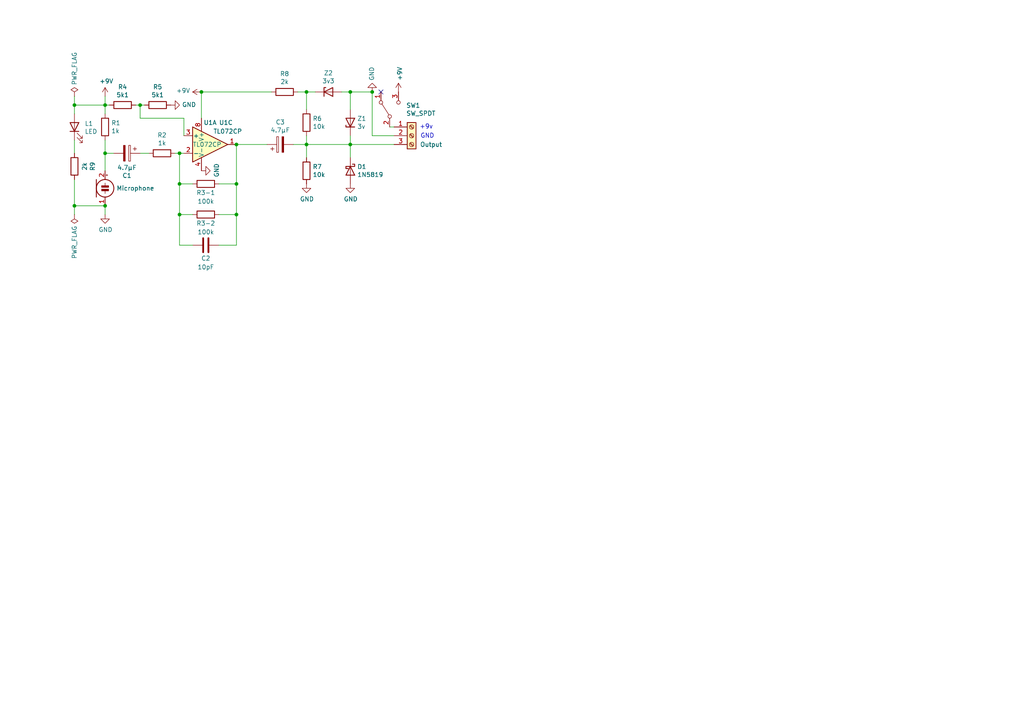
<source format=kicad_sch>
(kicad_sch (version 20211123) (generator eeschema)
  (paper "A4")
  (title_block (title "Microfono") (date "2019-12-03") (rev "1.0"))
  (lib_symbols
    (symbol "Amplifier_Operational:TL072" (pin_names (offset 0.127))
      (property "Reference" "U" (at 0 5.08 0))
      (property "Value" "TL072" (at 0 -5.08 0))
      (symbol "TL072_1_1"
        (polyline (pts (xy -5.08 5.08) (xy 5.08 0) (xy -5.08 -5.08) (xy -5.08 5.08)) (stroke (width 0.254)) (fill (type background)))
        (pin output line (at 7.62 0 180) (length 2.54) (name "~") (number "1"))
        (pin input line (at -7.62 -2.54 0) (length 2.54) (name "-") (number "2"))
        (pin input line (at -7.62 2.54 0) (length 2.54) (name "+") (number "3"))
      )
      (symbol "TL072_2_1"
        (polyline (pts (xy -5.08 5.08) (xy 5.08 0) (xy -5.08 -5.08) (xy -5.08 5.08)) (stroke (width 0.254)) (fill (type background)))
        (pin input line (at -7.62 2.54 0) (length 2.54) (name "+") (number "5"))
        (pin input line (at -7.62 -2.54 0) (length 2.54) (name "-") (number "6"))
        (pin output line (at 7.62 0 180) (length 2.54) (name "~") (number "7"))
      )
      (symbol "TL072_3_1"
        (pin power_in line (at -2.54 -7.62 90) (length 3.81) (name "V-") (number "4"))
        (pin power_in line (at -2.54 7.62 270) (length 3.81) (name "V+") (number "8"))
      )
    )
    (symbol "Connector:Screw_Terminal_01x03" (pin_names (offset 1.016) hide)
      (property "Reference" "J" (at 0 5.08 0))
      (property "Value" "Screw_Terminal_01x03" (at 0 -5.08 0))
      (symbol "Screw_Terminal_01x03_1_1"
        (rectangle (start -1.27 3.81) (end 1.27 -3.81) (stroke (width 0.254)) (fill (type background)))
        (circle (center 0 -2.54) (radius 0.635) (stroke (width 0.1524)))
        (polyline (pts (xy -0.5334 -2.2098) (xy 0.3302 -3.048)) (stroke (width 0.1524)))
        (polyline (pts (xy -0.5334 0.3302) (xy 0.3302 -0.508)) (stroke (width 0.1524)))
        (polyline (pts (xy -0.5334 2.8702) (xy 0.3302 2.032)) (stroke (width 0.1524)))
        (polyline (pts (xy -0.3556 -2.032) (xy 0.508 -2.8702)) (stroke (width 0.1524)))
        (polyline (pts (xy -0.3556 0.508) (xy 0.508 -0.3302)) (stroke (width 0.1524)))
        (polyline (pts (xy -0.3556 3.048) (xy 0.508 2.2098)) (stroke (width 0.1524)))
        (circle (center 0 0) (radius 0.635) (stroke (width 0.1524)))
        (circle (center 0 2.54) (radius 0.635) (stroke (width 0.1524)))
        (pin passive line (at -5.08 2.54 0) (length 3.81) (name "Pin_1") (number "1"))
        (pin passive line (at -5.08 0 0) (length 3.81) (name "Pin_2") (number "2"))
        (pin passive line (at -5.08 -2.54 0) (length 3.81) (name "Pin_3") (number "3"))
      )
    )
    (symbol "Device:C" (pin_numbers hide) (pin_names (offset 0.254))
      (property "Reference" "C" (at 0.635 2.54 0))
      (property "Value" "C" (at 0.635 -2.54 0))
      (symbol "C_0_1"
        (polyline (pts (xy -2.032 -0.762) (xy 2.032 -0.762)) (stroke (width 0.508)))
        (polyline (pts (xy -2.032 0.762) (xy 2.032 0.762)) (stroke (width 0.508)))
      )
      (symbol "C_1_1"
        (pin passive line (at 0 3.81 270) (length 2.794) (name "~") (number "1"))
        (pin passive line (at 0 -3.81 90) (length 2.794) (name "~") (number "2"))
      )
    )
    (symbol "Device:CP" (pin_numbers hide) (pin_names (offset 0.254))
      (property "Reference" "C" (at 0.635 2.54 0))
      (property "Value" "Device_CP" (at 0.635 -2.54 0))
      (symbol "CP_0_1"
        (rectangle (start -2.286 0.508) (end 2.286 1.016))
        (polyline (pts (xy -1.778 2.286) (xy -0.762 2.286)))
        (polyline (pts (xy -1.27 2.794) (xy -1.27 1.778)))
        (rectangle (start 2.286 -0.508) (end -2.286 -1.016) (fill (type outline)))
      )
      (symbol "CP_1_1"
        (pin passive line (at 0 3.81 270) (length 2.794) (name "~") (number "1"))
        (pin passive line (at 0 -3.81 90) (length 2.794) (name "~") (number "2"))
      )
    )
    (symbol "Device:D_Zener" (pin_numbers hide) (pin_names (offset 1.016) hide)
      (property "Reference" "D" (at 0 2.54 0))
      (property "Value" "D_Zener" (at 0 -2.54 0))
      (symbol "D_Zener_0_1"
        (polyline (pts (xy 1.27 0) (xy -1.27 0)))
        (polyline (pts (xy -1.27 -1.27) (xy -1.27 1.27) (xy -0.762 1.27)) (stroke (width 0.254)))
        (polyline (pts (xy 1.27 -1.27) (xy 1.27 1.27) (xy -1.27 0) (xy 1.27 -1.27)) (stroke (width 0.254)))
      )
      (symbol "D_Zener_1_1"
        (pin passive line (at -3.81 0 0) (length 2.54) (name "K") (number "1"))
        (pin passive line (at 3.81 0 180) (length 2.54) (name "A") (number "2"))
      )
    )
    (symbol "Device:LED" (pin_numbers hide) (pin_names (offset 1.016) hide)
      (property "Reference" "D" (at 0 2.54 0))
      (property "Value" "LED" (at 0 -2.54 0))
      (symbol "LED_0_1"
        (polyline (pts (xy -1.27 -1.27) (xy -1.27 1.27)) (stroke (width 0.254)))
        (polyline (pts (xy -1.27 0) (xy 1.27 0)))
        (polyline (pts (xy 1.27 -1.27) (xy 1.27 1.27) (xy -1.27 0) (xy 1.27 -1.27)) (stroke (width 0.254)))
        (polyline (pts (xy -3.048 -0.762) (xy -4.572 -2.286) (xy -3.81 -2.286) (xy -4.572 -2.286) (xy -4.572 -1.524)))
        (polyline (pts (xy -1.778 -0.762) (xy -3.302 -2.286) (xy -2.54 -2.286) (xy -3.302 -2.286) (xy -3.302 -1.524)))
      )
      (symbol "LED_1_1"
        (pin passive line (at -3.81 0 0) (length 2.54) (name "K") (number "1"))
        (pin passive line (at 3.81 0 180) (length 2.54) (name "A") (number "2"))
      )
    )
    (symbol "Device:Microphone_Condenser" (pin_names (offset 0.0254) hide)
      (property "Reference" "MK" (at -3.302 1.27 0))
      (property "Value" "Microphone_Condenser" (at -3.302 -0.635 0))
      (symbol "Microphone_Condenser_0_1"
        (polyline (pts (xy -2.54 2.54) (xy -2.54 -2.54)) (stroke (width 0.254)))
        (polyline (pts (xy 0 -0.762) (xy 0 -1.524)))
        (polyline (pts (xy 0 0.762) (xy 0 1.524)))
        (polyline (pts (xy 0.254 3.81) (xy 0.762 3.81)))
        (polyline (pts (xy 0.508 4.064) (xy 0.508 3.556)))
        (circle (center 0 0) (radius 2.54) (stroke (width 0.254)))
        (rectangle (start 1.016 -0.254) (end -1.016 -0.762) (fill (type outline)))
        (rectangle (start 1.016 0.762) (end -1.016 0.254) (fill (type outline)))
      )
      (symbol "Microphone_Condenser_1_1"
        (pin passive line (at 0 -5.08 90) (length 2.54) (name "-") (number "1"))
        (pin passive line (at 0 5.08 270) (length 2.54) (name "+") (number "2"))
      )
    )
    (symbol "Device:R" (pin_numbers hide) (pin_names (offset 0))
      (property "Reference" "R" (at 2.032 0 90))
      (property "Value" "R" (at 0 0 90))
      (symbol "R_0_1"
        (rectangle (start -1.016 -2.54) (end 1.016 2.54) (stroke (width 0.254)))
      )
      (symbol "R_1_1"
        (pin passive line (at 0 3.81 270) (length 1.27) (name "~") (number "1"))
        (pin passive line (at 0 -3.81 90) (length 1.27) (name "~") (number "2"))
      )
    )
    (symbol "Diode:1N5819" (pin_numbers hide) (pin_names (offset 1.016) hide)
      (property "Reference" "D" (at 0 2.54 0))
      (property "Value" "1N5819" (at 0 -2.54 0))
      (symbol "1N5819_0_1"
        (polyline (pts (xy 1.27 0) (xy -1.27 0)))
        (polyline (pts (xy 1.27 1.27) (xy 1.27 -1.27) (xy -1.27 0) (xy 1.27 1.27)) (stroke (width 0.254)))
        (polyline (pts (xy -1.905 0.635) (xy -1.905 1.27) (xy -1.27 1.27) (xy -1.27 -1.27) (xy -0.635 -1.27) (xy -0.635 -0.635)) (stroke (width 0.254)))
      )
      (symbol "1N5819_1_1"
        (pin passive line (at -3.81 0 0) (length 2.54) (name "K") (number "1"))
        (pin passive line (at 3.81 0 180) (length 2.54) (name "A") (number "2"))
      )
    )
    (symbol "Switch:SW_SPDT" (pin_names (offset 0) hide)
      (property "Reference" "SW" (at 0 4.318 0))
      (property "Value" "SW_SPDT" (at 0 -5.08 0))
      (symbol "SW_SPDT_0_0"
        (circle (center -2.032 0) (radius 0.508))
        (circle (center 2.032 -2.54) (radius 0.508))
      )
      (symbol "SW_SPDT_0_1"
        (polyline (pts (xy -1.524 0.254) (xy 1.651 2.286)))
        (circle (center 2.032 2.54) (radius 0.508))
      )
      (symbol "SW_SPDT_1_1"
        (pin passive line (at 5.08 2.54 180) (length 2.54) (name "A") (number "1"))
        (pin passive line (at -5.08 0 0) (length 2.54) (name "B") (number "2"))
        (pin passive line (at 5.08 -2.54 180) (length 2.54) (name "C") (number "3"))
      )
    )
    (symbol "power:+9V" (power) (pin_names (offset 0))
      (property "Value" "+9V" (at 0 3.556 0))
      (symbol "+9V_0_1"
        (polyline (pts (xy -0.762 1.27) (xy 0 2.54)))
        (polyline (pts (xy 0 0) (xy 0 2.54)))
        (polyline (pts (xy 0 2.54) (xy 0.762 1.27)))
      )
      (symbol "+9V_1_1"
        (pin power_in line (at 0 0 90) (length 0) hide (name "+9V") (number "1"))
      )
    )
    (symbol "power:GND" (power) (pin_names (offset 0))
      (property "Value" "GND" (at 0 -3.81 0))
      (symbol "GND_0_1"
        (polyline (pts (xy 0 0) (xy 0 -1.27) (xy 1.27 -1.27) (xy 0 -2.54) (xy -1.27 -1.27) (xy 0 -1.27)))
      )
      (symbol "GND_1_1"
        (pin power_in line (at 0 0 270) (length 0) hide (name "GND") (number "1"))
      )
    )
    (symbol "power:PWR_FLAG" (power) (pin_numbers hide) (pin_names (offset 0) hide)
      (property "Value" "PWR_FLAG" (at 0 3.81 0))
      (symbol "PWR_FLAG_0_0"
        (pin power_out line (at 0 0 90) (length 0) (name "pwr") (number "1"))
      )
      (symbol "PWR_FLAG_0_1"
        (polyline (pts (xy 0 0) (xy 0 1.27) (xy -1.016 1.905) (xy 0 2.54) (xy 1.016 1.905) (xy 0 1.27)))
      )
    )
  )
  (junction (at 88.9 26.67))
  (junction (at 101.6 26.67))
  (junction (at 30.48 44.45))
  (junction (at 68.58 62.23))
  (junction (at 107.95 26.67))
  (junction (at 40.64 30.48))
  (junction (at 21.59 59.69))
  (junction (at 68.58 41.91))
  (junction (at 52.07 53.34))
  (junction (at 30.48 30.48))
  (junction (at 52.07 44.45))
  (junction (at 88.9 41.91))
  (junction (at 101.6 41.91))
  (junction (at 52.07 62.23))
  (junction (at 68.58 53.34))
  (junction (at 30.48 59.69))
  (junction (at 58.42 26.67))
  (junction (at 21.59 30.48))
  (no_connect (at 110.49 26.67))
  (wire (pts (xy 52.07 71.12) (xy 52.07 62.23)))
  (wire (pts (xy 63.5 53.34) (xy 68.58 53.34)))
  (wire (pts (xy 58.42 34.29) (xy 58.42 26.67)))
  (wire (pts (xy 53.34 34.29) (xy 40.64 34.29)))
  (wire (pts (xy 78.74 26.67) (xy 58.42 26.67)))
  (wire (pts (xy 52.07 44.45) (xy 52.07 53.34)))
  (wire (pts (xy 30.48 59.69) (xy 30.48 62.23)))
  (wire (pts (xy 30.48 40.64) (xy 30.48 44.45)))
  (wire (pts (xy 33.02 44.45) (xy 30.48 44.45)))
  (wire (pts (xy 21.59 52.07) (xy 21.59 59.69)))
  (wire (pts (xy 101.6 39.37) (xy 101.6 41.91)))
  (wire (pts (xy 114.3 41.91) (xy 101.6 41.91)))
  (wire (pts (xy 86.36 26.67) (xy 88.9 26.67)))
  (wire (pts (xy 68.58 71.12) (xy 63.5 71.12)))
  (wire (pts (xy 52.07 53.34) (xy 52.07 62.23)))
  (wire (pts (xy 107.95 26.67) (xy 107.95 39.37)))
  (wire (pts (xy 21.59 44.45) (xy 21.59 40.64)))
  (wire (pts (xy 30.48 44.45) (xy 30.48 49.53)))
  (wire (pts (xy 30.48 27.94) (xy 30.48 30.48)))
  (wire (pts (xy 21.59 30.48) (xy 30.48 30.48)))
  (wire (pts (xy 91.44 26.67) (xy 88.9 26.67)))
  (wire (pts (xy 40.64 34.29) (xy 40.64 30.48)))
  (wire (pts (xy 88.9 41.91) (xy 88.9 45.72)))
  (wire (pts (xy 88.9 39.37) (xy 88.9 41.91)))
  (wire (pts (xy 52.07 62.23) (xy 55.88 62.23)))
  (wire (pts (xy 88.9 31.75) (xy 88.9 26.67)))
  (wire (pts (xy 55.88 53.34) (xy 52.07 53.34)))
  (wire (pts (xy 52.07 44.45) (xy 50.8 44.45)))
  (wire (pts (xy 30.48 30.48) (xy 31.75 30.48)))
  (wire (pts (xy 40.64 44.45) (xy 43.18 44.45)))
  (wire (pts (xy 21.59 62.23) (xy 21.59 59.69)))
  (wire (pts (xy 85.09 41.91) (xy 88.9 41.91)))
  (wire (pts (xy 21.59 33.02) (xy 21.59 30.48)))
  (wire (pts (xy 55.88 71.12) (xy 52.07 71.12)))
  (wire (pts (xy 68.58 62.23) (xy 68.58 71.12)))
  (wire (pts (xy 114.3 36.83) (xy 113.03 36.83)))
  (wire (pts (xy 101.6 31.75) (xy 101.6 26.67)))
  (wire (pts (xy 21.59 59.69) (xy 30.48 59.69)))
  (wire (pts (xy 63.5 62.23) (xy 68.58 62.23)))
  (wire (pts (xy 21.59 30.48) (xy 21.59 27.94)))
  (wire (pts (xy 107.95 39.37) (xy 114.3 39.37)))
  (wire (pts (xy 68.58 53.34) (xy 68.58 41.91)))
  (wire (pts (xy 30.48 30.48) (xy 30.48 33.02)))
  (wire (pts (xy 88.9 41.91) (xy 101.6 41.91)))
  (wire (pts (xy 53.34 44.45) (xy 52.07 44.45)))
  (wire (pts (xy 40.64 30.48) (xy 41.91 30.48)))
  (wire (pts (xy 101.6 26.67) (xy 107.95 26.67)))
  (wire (pts (xy 68.58 41.91) (xy 77.47 41.91)))
  (wire (pts (xy 39.37 30.48) (xy 40.64 30.48)))
  (wire (pts (xy 53.34 39.37) (xy 53.34 34.29)))
  (wire (pts (xy 68.58 62.23) (xy 68.58 53.34)))
  (wire (pts (xy 101.6 45.72) (xy 101.6 41.91)))
  (wire (pts (xy 99.06 26.67) (xy 101.6 26.67)))
  (text "+9v" (at 121.666 37.592 0) (effects (font (size 1.27 1.27)) (justify left bottom)))
  (text "GND" (at 121.92 40.259 0) (effects (font (size 1.27 1.27)) (justify left bottom)))
  (symbol (lib_id "Device:Microphone_Condenser") (at 30.48 54.61 0) (unit 1)
    (property "Reference" "MIC1" (effects hide))
    (property "Value" "Microphone" (at 33.782 54.61 0) (effects (justify left)))
    (property "Footprint" "Capacitor_THT:CP_Radial_D5.0mm_P2.00mm" (effects hide))
  )
  (symbol (lib_id "Device:R") (at 30.48 36.83 180) (unit 1)
    (property "Reference" "R1" (at 32.258 35.6616 0) (effects (justify right)))
    (property "Value" "1k" (at 32.258 37.973 0) (effects (justify right)))
    (property "Footprint" "Resistor_THT:R_Axial_DIN0207_L6.3mm_D2.5mm_P10.16mm_Horizontal" (effects hide))
  )
  (symbol (lib_id "power:+9V") (at 30.48 27.94 0) (unit 1)
    (property "Reference" "#PWR0101" (effects hide))
    (property "Value" "+9V" (at 30.861 23.5458 0))
  )
  (symbol (lib_id "power:GND") (at 30.48 62.23 0) (unit 1)
    (property "Reference" "#PWR0102" (effects hide))
    (property "Value" "GND" (at 30.607 66.6242 0))
  )
  (symbol (lib_id "Device:R") (at 46.99 44.45 270) (unit 1)
    (property "Reference" "R2" (at 46.99 39.1922 90))
    (property "Value" "1k" (at 46.99 41.5036 90))
    (property "Footprint" "Resistor_THT:R_Axial_DIN0207_L6.3mm_D2.5mm_P10.16mm_Horizontal" (effects hide))
  )
  (symbol (lib_id "Device:CP") (at 36.83 44.45 270) (unit 1)
    (property "Reference" "C1" (at 36.83 50.927 90))
    (property "Value" "4.7µF" (at 36.83 48.6156 90))
    (property "Footprint" "Capacitor_THT:CP_Radial_D4.0mm_P2.00mm" (effects hide))
  )
  (symbol (lib_id "Device:CP") (at 81.28 41.91 90) (unit 1)
    (property "Reference" "C3" (at 81.28 35.433 90))
    (property "Value" "4.7µF" (at 81.28 37.7444 90))
    (property "Footprint" "Capacitor_THT:CP_Radial_D4.0mm_P2.00mm" (effects hide))
  )
  (symbol (lib_id "Device:R") (at 88.9 49.53 0) (unit 1)
    (property "Reference" "R7" (at 90.678 48.3616 0) (effects (justify left)))
    (property "Value" "10k" (at 90.678 50.673 0) (effects (justify left)))
    (property "Footprint" "Resistor_THT:R_Axial_DIN0207_L6.3mm_D2.5mm_P10.16mm_Horizontal" (effects hide))
  )
  (symbol (lib_id "Device:R") (at 88.9 35.56 180) (unit 1)
    (property "Reference" "R6" (at 90.678 34.3916 0) (effects (justify right)))
    (property "Value" "10k" (at 90.678 36.703 0) (effects (justify right)))
    (property "Footprint" "Resistor_THT:R_Axial_DIN0207_L6.3mm_D2.5mm_P10.16mm_Horizontal" (effects hide))
  )
  (symbol (lib_id "Device:R") (at 82.55 26.67 90) (unit 1)
    (property "Reference" "R8" (at 82.55 21.4122 90))
    (property "Value" "2k" (at 82.55 23.7236 90))
    (property "Footprint" "Resistor_THT:R_Axial_DIN0207_L6.3mm_D2.5mm_P10.16mm_Horizontal" (effects hide))
  )
  (symbol (lib_id "Device:D_Zener") (at 95.25 26.67 0) (unit 1)
    (property "Reference" "Z2" (at 95.25 21.1836 0))
    (property "Value" "3v3" (at 95.25 23.495 0))
    (property "Footprint" "Diode_THT:D_DO-34_SOD68_P7.62mm_Horizontal" (effects hide))
  )
  (symbol (lib_id "power:GND") (at 107.95 26.67 180) (unit 1)
    (property "Reference" "#PWR0109" (effects hide))
    (property "Value" "GND" (at 107.823 23.4188 90) (effects (justify right)))
  )
  (symbol (lib_id "Device:R") (at 59.69 62.23 90) (unit 1)
    (property "Reference" "R3-2" (at 59.69 64.77 90))
    (property "Value" "100k" (at 59.69 67.31 90))
    (property "Footprint" "Resistor_THT:R_Axial_DIN0207_L6.3mm_D2.5mm_P10.16mm_Horizontal" (effects hide))
  )
  (symbol (lib_id "Device:C") (at 59.69 71.12 90) (unit 1)
    (property "Reference" "C2" (at 59.69 74.93 90))
    (property "Value" "10pF" (at 59.69 77.47 90))
    (property "Footprint" "Capacitor_THT:C_Disc_D3.0mm_W1.6mm_P2.50mm" (effects hide))
  )
  (symbol (lib_id "Device:D_Zener") (at 101.6 35.56 90) (unit 1)
    (property "Reference" "Z1" (at 103.6066 34.3916 90) (effects (justify right)))
    (property "Value" "3v" (at 103.6066 36.703 90) (effects (justify right)))
    (property "Footprint" "Diode_THT:D_DO-34_SOD68_P7.62mm_Horizontal" (effects hide))
  )
  (symbol (lib_id "power:GND") (at 88.9 53.34 0) (unit 1)
    (property "Reference" "#PWR0105" (effects hide))
    (property "Value" "GND" (at 89.027 57.7342 0))
  )
  (symbol (lib_id "power:GND") (at 101.6 53.34 0) (unit 1)
    (property "Reference" "#PWR0106" (effects hide))
    (property "Value" "GND" (at 101.727 57.7342 0))
  )
  (symbol (lib_id "Diode:1N5819") (at 101.6 49.53 270) (unit 1)
    (property "Reference" "D1" (at 103.6066 48.3616 90) (effects (justify left)))
    (property "Value" "1N5819" (at 103.6066 50.673 90) (effects (justify left)))
    (property "Footprint" "Diode_THT:D_DO-41_SOD81_P10.16mm_Horizontal" (effects hide))
    (property "Datasheet" "http://www.vishay.com/docs/88525/1n5817.pdf" (effects hide))
  )
  (symbol (lib_id "power:+9V") (at 58.42 26.67 90) (unit 1)
    (property "Reference" "#PWR0107" (effects hide))
    (property "Value" "+9V" (at 55.1688 26.289 90) (effects (justify left)))
  )
  (symbol (lib_id "Device:R") (at 35.56 30.48 270) (unit 1)
    (property "Reference" "R4" (at 35.56 25.2222 90))
    (property "Value" "5k1" (at 35.56 27.5336 90))
    (property "Footprint" "Resistor_THT:R_Axial_DIN0207_L6.3mm_D2.5mm_P10.16mm_Horizontal" (effects hide))
  )
  (symbol (lib_id "power:GND") (at 49.53 30.48 90) (unit 1)
    (property "Reference" "#PWR0108" (effects hide))
    (property "Value" "GND" (at 52.7812 30.353 90) (effects (justify right)))
  )
  (symbol (lib_id "Device:R") (at 45.72 30.48 270) (unit 1)
    (property "Reference" "R5" (at 45.72 25.2222 90))
    (property "Value" "5k1" (at 45.72 27.5336 90))
    (property "Footprint" "Resistor_THT:R_Axial_DIN0207_L6.3mm_D2.5mm_P10.16mm_Horizontal" (effects hide))
  )
  (symbol (lib_id "Amplifier_Operational:TL072") (at 60.96 41.91 0) (unit 1)
    (property "Reference" "U1" (at 60.96 35.56 0))
    (property "Value" "TL072CP" (at 66.04 38.1 0))
    (property "Footprint" "Package_DIP:DIP-8_W7.62mm_Socket" (effects hide))
    (property "Datasheet" "http://www.ti.com/lit/ds/symlink/tl071.pdf" (effects hide))
  )
  (symbol (lib_id "Connector:Screw_Terminal_01x03") (at 119.38 39.37 0) (unit 1)
    (property "Reference" "O1" (effects hide))
    (property "Value" "Output" (at 128.27 41.91 0) (effects (justify right)))
    (property "Footprint" "Connector_Phoenix_MSTB:PhoenixContact_MSTBVA_2,5_3-G_1x03_P5.00mm_Vertical" (effects hide))
  )
  (symbol (lib_id "power:+9V") (at 115.57 26.67 0) (unit 1)
    (property "Reference" "#PWR0103" (effects hide))
    (property "Value" "+9V" (at 115.951 23.4188 90) (effects (justify left)))
  )
  (symbol (lib_id "Device:R") (at 59.69 53.34 90) (unit 1)
    (property "Reference" "R3-1" (at 59.69 55.88 90))
    (property "Value" "100k" (at 59.69 58.42 90))
    (property "Footprint" "Resistor_THT:R_Axial_DIN0207_L6.3mm_D2.5mm_P10.16mm_Horizontal" (effects hide))
  )
  (symbol (lib_id "Switch:SW_SPDT") (at 113.03 31.75 90) (unit 1)
    (property "Reference" "SW1" (at 117.8052 30.5816 90) (effects (justify right)))
    (property "Value" "SW_SPDT" (at 117.8052 32.893 90) (effects (justify right)))
    (property "Footprint" "Button_Switch_THT:SW_Slide_1P2T_CK_OS102011MS2Q" (effects hide))
  )
  (symbol (lib_id "Amplifier_Operational:TL072") (at 60.96 41.91 0) (unit 3)
    (property "Reference" "U1" (at 63.5 35.56 0) (effects (justify left)))
    (property "Value" "TL072CP" (at 55.88 41.91 0) (effects (justify left)))
    (property "Footprint" "Package_DIP:DIP-8_W7.62mm_Socket" (effects hide))
    (property "Datasheet" "http://www.ti.com/lit/ds/symlink/tl071.pdf" (effects hide))
  )
  (symbol (lib_id "power:GND") (at 58.42 49.53 90) (unit 1)
    (property "Reference" "#PWR0104" (effects hide))
    (property "Value" "GND" (at 62.8142 49.403 0))
  )
  (symbol (lib_id "Device:LED") (at 21.59 36.83 90) (unit 1)
    (property "Reference" "L1" (at 24.5618 35.8394 90) (effects (justify right)))
    (property "Value" "LED" (at 24.5618 38.1508 90) (effects (justify right)))
    (property "Footprint" "LED_THT:LED_D5.0mm" (effects hide))
  )
  (symbol (lib_id "Device:R") (at 21.59 48.26 180) (unit 1)
    (property "Reference" "R9" (at 26.8478 48.26 90))
    (property "Value" "2k" (at 24.5364 48.26 90))
    (property "Footprint" "Resistor_THT:R_Axial_DIN0207_L6.3mm_D2.5mm_P10.16mm_Horizontal" (effects hide))
  )
  (symbol (lib_id "power:PWR_FLAG") (at 21.59 27.94 0) (unit 1)
    (property "Reference" "#FLG0101" (effects hide))
    (property "Value" "PWR_FLAG" (at 21.59 24.7142 90) (effects (justify left)))
  )
  (symbol (lib_id "power:PWR_FLAG") (at 21.59 62.23 180) (unit 1)
    (property "Reference" "#FLG0102" (effects hide))
    (property "Value" "PWR_FLAG" (at 21.59 65.4558 90) (effects (justify left)))
  )
)
</source>
